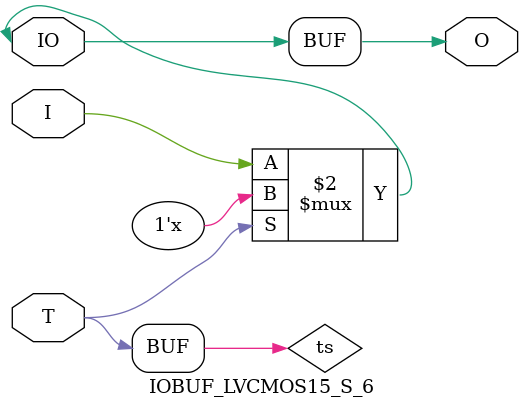
<source format=v>

/*

FUNCTION	: INPUT TRI-STATE OUTPUT BUFFER

*/

`celldefine
`timescale  100 ps / 10 ps

module IOBUF_LVCMOS15_S_6 (O, IO, I, T);

    output O;

    inout  IO;

    input  I, T;

    or O1 (ts, 1'b0, T);
    bufif0 T1 (IO, I, ts);

    buf B1 (O, IO);

endmodule

</source>
